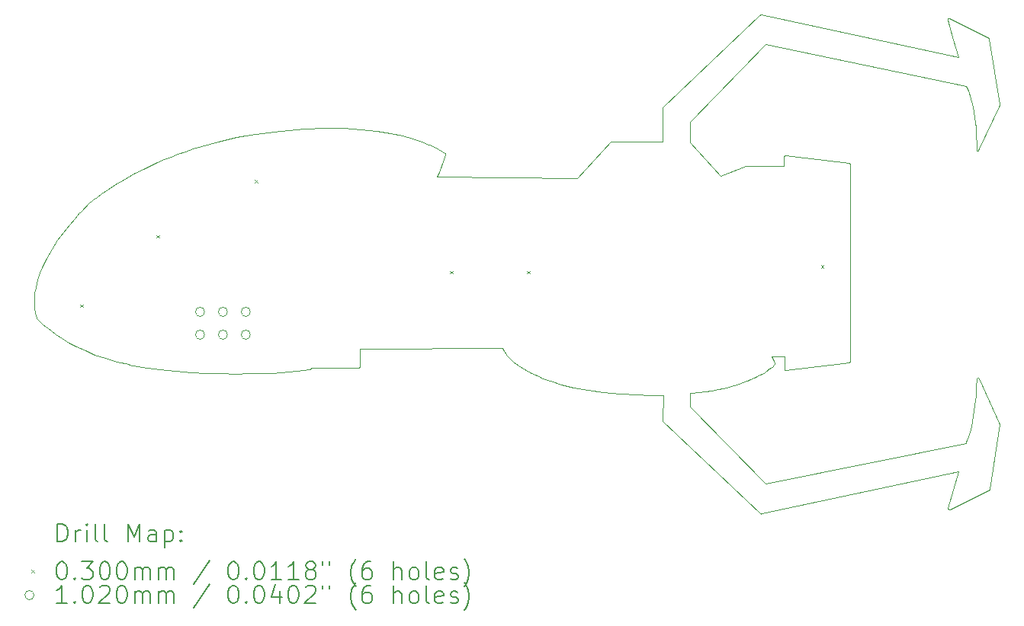
<source format=gbr>
%TF.GenerationSoftware,KiCad,Pcbnew,9.0.0*%
%TF.CreationDate,2025-04-01T15:35:04-07:00*%
%TF.ProjectId,portal-gun,706f7274-616c-42d6-9775-6e2e6b696361,rev?*%
%TF.SameCoordinates,Original*%
%TF.FileFunction,Drillmap*%
%TF.FilePolarity,Positive*%
%FSLAX45Y45*%
G04 Gerber Fmt 4.5, Leading zero omitted, Abs format (unit mm)*
G04 Created by KiCad (PCBNEW 9.0.0) date 2025-04-01 15:35:04*
%MOMM*%
%LPD*%
G01*
G04 APERTURE LIST*
%ADD10C,0.025400*%
%ADD11C,0.200000*%
%ADD12C,0.100000*%
%ADD13C,0.102000*%
G04 APERTURE END LIST*
D10*
X18646783Y-5423129D02*
X20840818Y-5890799D01*
X20783082Y-5696035D01*
X20783079Y-5696017D01*
X20783072Y-5696000D01*
X20739666Y-5548016D01*
X20739650Y-5547932D01*
X20739619Y-5547853D01*
X20720860Y-5480588D01*
X20720617Y-5479202D01*
X20720510Y-5478891D01*
X20720524Y-5478669D01*
X20720430Y-5478136D01*
X20720683Y-5476047D01*
X20720812Y-5473945D01*
X20720980Y-5473599D01*
X20721027Y-5473216D01*
X20722060Y-5471384D01*
X20722983Y-5469491D01*
X20723271Y-5469235D01*
X20723461Y-5468900D01*
X20725118Y-5467601D01*
X20726694Y-5466207D01*
X20727058Y-5466081D01*
X20727361Y-5465844D01*
X20729389Y-5465278D01*
X20731379Y-5464592D01*
X20731763Y-5464616D01*
X20732134Y-5464512D01*
X20734223Y-5464766D01*
X20736325Y-5464894D01*
X20736832Y-5465082D01*
X20737053Y-5465109D01*
X20737340Y-5465271D01*
X20738659Y-5465760D01*
X21176825Y-5679366D01*
X21178945Y-5680671D01*
X21179692Y-5681515D01*
X21180602Y-5682180D01*
X21181318Y-5683353D01*
X21182229Y-5684382D01*
X21182596Y-5685448D01*
X21183183Y-5686410D01*
X21183807Y-5688820D01*
X21297731Y-6417271D01*
X21297873Y-6419757D01*
X21297579Y-6420970D01*
X21297528Y-6422218D01*
X21296709Y-6424568D01*
X21064480Y-6926269D01*
X21063567Y-6927821D01*
X21063464Y-6928065D01*
X21063368Y-6928159D01*
X21063217Y-6928415D01*
X21061550Y-6929951D01*
X21059935Y-6931544D01*
X21059733Y-6931625D01*
X21059573Y-6931773D01*
X21057445Y-6932554D01*
X21055343Y-6933407D01*
X21055126Y-6933406D01*
X21054922Y-6933481D01*
X21052656Y-6933388D01*
X21050388Y-6933372D01*
X21050188Y-6933287D01*
X21049971Y-6933278D01*
X21047912Y-6932325D01*
X21045824Y-6931443D01*
X21045671Y-6931288D01*
X21045474Y-6931197D01*
X21043937Y-6929530D01*
X21042345Y-6927914D01*
X21042263Y-6927713D01*
X21042116Y-6927553D01*
X21041334Y-6925425D01*
X21040481Y-6923323D01*
X21040454Y-6923028D01*
X21040408Y-6922901D01*
X21040419Y-6922637D01*
X21040255Y-6920843D01*
X21040750Y-6851327D01*
X21038475Y-6773884D01*
X21035866Y-6727240D01*
X21031951Y-6676270D01*
X21026493Y-6621802D01*
X21019252Y-6564617D01*
X21009991Y-6505510D01*
X20998473Y-6445254D01*
X20984465Y-6384646D01*
X20967713Y-6324384D01*
X20958280Y-6294778D01*
X20948059Y-6265500D01*
X20937048Y-6236729D01*
X20927716Y-6214506D01*
X18698770Y-5749553D01*
X17862648Y-6610617D01*
X17862137Y-6845000D01*
X18200000Y-7217500D01*
X18475000Y-7107500D01*
X18487500Y-7105000D01*
X18902500Y-7107500D01*
X18902942Y-7001759D01*
X18903186Y-6999281D01*
X18903479Y-6998575D01*
X18903570Y-6997815D01*
X18904419Y-6996304D01*
X18905082Y-6994703D01*
X18905623Y-6994162D01*
X18905998Y-6993495D01*
X18907361Y-6992425D01*
X18908586Y-6991199D01*
X18909293Y-6990906D01*
X18909895Y-6990434D01*
X18911563Y-6989966D01*
X18913165Y-6989303D01*
X18913930Y-6989303D01*
X18914666Y-6989096D01*
X18917155Y-6989149D01*
X19629175Y-7074592D01*
X19629878Y-7074747D01*
X19630150Y-7074747D01*
X19630459Y-7074875D01*
X19631606Y-7075129D01*
X19633122Y-7075981D01*
X19634727Y-7076647D01*
X19635263Y-7077185D01*
X19635926Y-7077557D01*
X19637000Y-7078924D01*
X19638228Y-7080154D01*
X19638518Y-7080856D01*
X19638987Y-7081454D01*
X19639457Y-7083128D01*
X19640120Y-7084734D01*
X19640235Y-7085903D01*
X19640325Y-7086225D01*
X19640292Y-7086496D01*
X19640362Y-7087212D01*
X19638582Y-9273114D01*
X19638519Y-9273755D01*
X19638550Y-9274005D01*
X19638462Y-9274328D01*
X19638336Y-9275591D01*
X19637688Y-9277154D01*
X19637241Y-9278785D01*
X19636746Y-9279422D01*
X19636436Y-9280168D01*
X19635239Y-9281363D01*
X19634202Y-9282699D01*
X19633501Y-9283099D01*
X19632929Y-9283669D01*
X19631367Y-9284315D01*
X19629897Y-9285152D01*
X19628660Y-9285434D01*
X19628350Y-9285562D01*
X19628097Y-9285561D01*
X19627469Y-9285704D01*
X18920789Y-9374707D01*
X18918300Y-9374774D01*
X18917527Y-9374562D01*
X18916724Y-9374562D01*
X18915157Y-9373913D01*
X18913521Y-9373465D01*
X18912888Y-9372973D01*
X18912146Y-9372666D01*
X18910947Y-9371466D01*
X18909607Y-9370426D01*
X18909210Y-9369729D01*
X18908642Y-9369162D01*
X18907993Y-9367595D01*
X18907153Y-9366121D01*
X18907053Y-9365325D01*
X18906746Y-9364584D01*
X18906502Y-9362106D01*
X18906502Y-9223525D01*
X18767688Y-9223782D01*
X18789980Y-9269028D01*
X18790425Y-9270211D01*
X18790849Y-9271331D01*
X18798445Y-9299470D01*
X18798515Y-9299888D01*
X18798588Y-9300057D01*
X18798595Y-9300367D01*
X18798855Y-9301925D01*
X18798655Y-9303462D01*
X18798686Y-9305011D01*
X18798340Y-9305897D01*
X18798217Y-9306839D01*
X18797445Y-9308182D01*
X18796880Y-9309626D01*
X18795901Y-9310868D01*
X18795747Y-9311136D01*
X18795602Y-9311248D01*
X18795339Y-9311581D01*
X18780149Y-9327382D01*
X18779769Y-9327707D01*
X18779430Y-9328073D01*
X18759123Y-9346122D01*
X18758786Y-9346367D01*
X18758484Y-9346653D01*
X18728528Y-9369954D01*
X18728268Y-9370119D01*
X18728034Y-9370320D01*
X18709163Y-9383585D01*
X18708981Y-9383688D01*
X18708817Y-9383820D01*
X18687204Y-9397973D01*
X18687019Y-9398070D01*
X18686852Y-9398195D01*
X18662387Y-9413094D01*
X18662200Y-9413184D01*
X18662031Y-9413303D01*
X18634604Y-9428805D01*
X18634416Y-9428888D01*
X18634245Y-9429000D01*
X18603746Y-9444964D01*
X18603557Y-9445040D01*
X18603384Y-9445146D01*
X18569703Y-9461430D01*
X18569515Y-9461500D01*
X18569341Y-9461599D01*
X18532368Y-9478061D01*
X18532180Y-9478123D01*
X18532006Y-9478215D01*
X18491631Y-9494713D01*
X18491446Y-9494769D01*
X18491271Y-9494854D01*
X18447384Y-9511247D01*
X18447201Y-9511296D01*
X18447027Y-9511375D01*
X18399518Y-9527520D01*
X18399336Y-9527562D01*
X18399164Y-9527634D01*
X18347923Y-9543390D01*
X18347744Y-9543427D01*
X18347574Y-9543492D01*
X18292491Y-9558717D01*
X18292316Y-9558747D01*
X18292148Y-9558807D01*
X18233113Y-9573359D01*
X18232941Y-9573384D01*
X18232775Y-9573437D01*
X18169678Y-9587174D01*
X18169510Y-9587193D01*
X18169347Y-9587241D01*
X18102078Y-9600021D01*
X18101914Y-9600036D01*
X18101754Y-9600079D01*
X18030204Y-9611760D01*
X18030043Y-9611770D01*
X18029887Y-9611807D01*
X17953945Y-9622248D01*
X17953789Y-9622254D01*
X17953636Y-9622287D01*
X17873192Y-9631345D01*
X17873097Y-9631346D01*
X17873004Y-9631365D01*
X17863395Y-9632302D01*
X17862056Y-9702877D01*
X17861364Y-9759052D01*
X17861403Y-9777146D01*
X17861523Y-9779092D01*
X18698916Y-10635877D01*
X20922057Y-10186294D01*
X20928962Y-10173504D01*
X20938005Y-10153991D01*
X20954975Y-10109204D01*
X20970129Y-10058631D01*
X20983563Y-10003500D01*
X20995345Y-9945177D01*
X21005563Y-9885010D01*
X21014315Y-9824322D01*
X21021692Y-9764500D01*
X21032777Y-9652406D01*
X21039635Y-9559455D01*
X21044106Y-9472430D01*
X21044266Y-9471369D01*
X21044254Y-9471041D01*
X21044356Y-9470768D01*
X21044477Y-9469968D01*
X21045310Y-9468216D01*
X21045989Y-9466399D01*
X21046367Y-9465994D01*
X21046605Y-9465493D01*
X21048045Y-9464194D01*
X21049368Y-9462775D01*
X21049873Y-9462544D01*
X21050284Y-9462173D01*
X21052111Y-9461524D01*
X21053877Y-9460719D01*
X21054431Y-9460700D01*
X21054954Y-9460514D01*
X21056891Y-9460614D01*
X21058829Y-9460546D01*
X21059349Y-9460740D01*
X21059902Y-9460769D01*
X21061654Y-9461602D01*
X21063471Y-9462281D01*
X21063877Y-9462659D01*
X21064377Y-9462897D01*
X21065677Y-9464338D01*
X21067095Y-9465660D01*
X21067502Y-9466360D01*
X21067697Y-9466576D01*
X21067807Y-9466886D01*
X21068345Y-9467813D01*
X21297972Y-9971568D01*
X21298777Y-9973924D01*
X21298818Y-9975089D01*
X21299100Y-9976219D01*
X21298977Y-9978706D01*
X21192174Y-10696066D01*
X21191568Y-10698481D01*
X21190976Y-10699468D01*
X21190605Y-10700557D01*
X21189713Y-10701572D01*
X21189018Y-10702730D01*
X21188093Y-10703415D01*
X21187334Y-10704279D01*
X21185218Y-10705592D01*
X20743766Y-10922758D01*
X20742462Y-10923247D01*
X20742175Y-10923411D01*
X20741952Y-10923439D01*
X20741435Y-10923633D01*
X20739341Y-10923768D01*
X20737259Y-10924030D01*
X20736881Y-10923927D01*
X20736490Y-10923952D01*
X20734505Y-10923276D01*
X20732480Y-10922722D01*
X20732170Y-10922481D01*
X20731799Y-10922355D01*
X20730222Y-10920969D01*
X20728565Y-10919683D01*
X20728371Y-10919343D01*
X20728076Y-10919084D01*
X20727150Y-10917200D01*
X20726111Y-10915378D01*
X20726062Y-10914989D01*
X20725889Y-10914637D01*
X20725754Y-10912544D01*
X20725491Y-10910462D01*
X20725584Y-10909918D01*
X20725570Y-10909692D01*
X20725676Y-10909380D01*
X20725911Y-10908008D01*
X20837868Y-10499196D01*
X18654619Y-10970058D01*
X18652145Y-10970342D01*
X18650998Y-10970133D01*
X18649832Y-10970167D01*
X18648584Y-10969693D01*
X18647270Y-10969454D01*
X18646291Y-10968821D01*
X18645200Y-10968407D01*
X18643230Y-10966885D01*
X17557399Y-9943356D01*
X17555764Y-9941479D01*
X17555619Y-9941156D01*
X17555375Y-9940899D01*
X17554608Y-9938906D01*
X17553733Y-9936959D01*
X17553723Y-9936605D01*
X17553596Y-9936274D01*
X17553415Y-9933791D01*
X17560648Y-9649951D01*
X17503004Y-9650995D01*
X17502890Y-9650986D01*
X17502776Y-9650997D01*
X17398172Y-9651015D01*
X17398043Y-9651003D01*
X17397914Y-9651013D01*
X17288148Y-9648798D01*
X17287957Y-9648775D01*
X17287764Y-9648784D01*
X17082650Y-9638428D01*
X17082378Y-9638387D01*
X17082103Y-9638389D01*
X16894709Y-9620798D01*
X16894422Y-9620742D01*
X16894129Y-9620730D01*
X16723836Y-9596800D01*
X16723533Y-9596727D01*
X16723221Y-9596699D01*
X16569411Y-9567325D01*
X16569090Y-9567231D01*
X16568760Y-9567183D01*
X16430813Y-9533261D01*
X16430477Y-9533142D01*
X16430127Y-9533072D01*
X16307423Y-9495497D01*
X16307071Y-9495350D01*
X16306701Y-9495252D01*
X16198622Y-9454919D01*
X16198253Y-9454738D01*
X16197865Y-9454608D01*
X16103791Y-9412413D01*
X16103407Y-9412193D01*
X16102998Y-9412024D01*
X16022311Y-9368861D01*
X16021911Y-9368594D01*
X16021481Y-9368376D01*
X15953561Y-9325142D01*
X15953145Y-9324815D01*
X15952694Y-9324537D01*
X15896921Y-9282127D01*
X15896486Y-9281722D01*
X15896011Y-9281365D01*
X15851768Y-9240673D01*
X15851310Y-9240161D01*
X15850809Y-9239691D01*
X15817475Y-9201613D01*
X15816991Y-9200936D01*
X15816464Y-9200292D01*
X15793421Y-9165723D01*
X15793377Y-9165641D01*
X15793345Y-9165608D01*
X15792803Y-9164565D01*
X15792249Y-9163527D01*
X15792241Y-9163482D01*
X15792197Y-9163399D01*
X15779449Y-9131549D01*
X14196634Y-9138536D01*
X14196634Y-9332447D01*
X14196411Y-9334718D01*
X14196412Y-9334816D01*
X14196398Y-9334851D01*
X14196390Y-9334925D01*
X14195466Y-9337158D01*
X14194555Y-9339411D01*
X14194516Y-9339451D01*
X14194494Y-9339503D01*
X14192785Y-9341213D01*
X14191082Y-9342945D01*
X14191030Y-9342967D01*
X14190990Y-9343007D01*
X14188755Y-9343933D01*
X14186521Y-9344881D01*
X14186446Y-9344889D01*
X14186412Y-9344903D01*
X14186315Y-9344903D01*
X14184045Y-9345147D01*
X13656648Y-9349747D01*
X13644227Y-9363304D01*
X13643265Y-9364167D01*
X13643057Y-9364429D01*
X13642840Y-9364548D01*
X13642374Y-9364966D01*
X13640515Y-9365833D01*
X13638719Y-9366826D01*
X13638108Y-9366956D01*
X13637883Y-9367061D01*
X13637548Y-9367076D01*
X13636285Y-9367345D01*
X13489172Y-9383917D01*
X13488966Y-9383920D01*
X13488764Y-9383956D01*
X13316515Y-9397746D01*
X13316376Y-9397743D01*
X13316239Y-9397765D01*
X13208837Y-9404016D01*
X13208735Y-9404012D01*
X13208632Y-9404026D01*
X13088339Y-9409079D01*
X13088230Y-9409073D01*
X13088121Y-9409086D01*
X12955906Y-9412364D01*
X12955789Y-9412355D01*
X12955673Y-9412367D01*
X12812508Y-9413292D01*
X12812384Y-9413281D01*
X12812259Y-9413291D01*
X12659113Y-9411287D01*
X12658981Y-9411272D01*
X12658848Y-9411280D01*
X12496691Y-9405769D01*
X12496550Y-9405750D01*
X12496407Y-9405756D01*
X12326210Y-9396161D01*
X12326059Y-9396137D01*
X12325906Y-9396140D01*
X12148639Y-9381884D01*
X12148478Y-9381855D01*
X12148314Y-9381854D01*
X11964946Y-9362361D01*
X11964774Y-9362325D01*
X11964599Y-9362319D01*
X11776101Y-9337011D01*
X11775843Y-9336950D01*
X11775580Y-9336930D01*
X11628568Y-9310946D01*
X11628232Y-9310852D01*
X11627888Y-9310807D01*
X11491622Y-9278960D01*
X11491295Y-9278848D01*
X11490955Y-9278785D01*
X11365261Y-9242113D01*
X11364945Y-9241986D01*
X11364613Y-9241905D01*
X11249317Y-9201451D01*
X11249014Y-9201310D01*
X11248693Y-9201214D01*
X11143621Y-9158016D01*
X11143332Y-9157863D01*
X11143025Y-9157753D01*
X11048003Y-9112853D01*
X11047731Y-9112690D01*
X11047437Y-9112569D01*
X10962291Y-9067007D01*
X10962036Y-9066836D01*
X10961758Y-9066705D01*
X10886314Y-9021522D01*
X10886076Y-9021346D01*
X10885814Y-9021207D01*
X10819898Y-8977443D01*
X10819678Y-8977264D01*
X10819433Y-8977120D01*
X10762870Y-8935815D01*
X10762579Y-8935555D01*
X10762256Y-8935337D01*
X10676495Y-8864269D01*
X10676081Y-8863850D01*
X10675625Y-8863477D01*
X10608688Y-8796634D01*
X10607107Y-8794711D01*
X10606779Y-8793921D01*
X10606260Y-8793242D01*
X10605388Y-8790910D01*
X10591093Y-8737132D01*
X10590995Y-8736531D01*
X10590837Y-8735944D01*
X10581831Y-8681538D01*
X10581793Y-8680963D01*
X10581694Y-8680395D01*
X10577659Y-8625516D01*
X10577673Y-8624978D01*
X10577626Y-8624442D01*
X10577629Y-8624189D01*
X10578245Y-8569241D01*
X10578300Y-8568747D01*
X10578295Y-8568251D01*
X10583252Y-8512882D01*
X10583336Y-8512436D01*
X10583365Y-8511983D01*
X10592342Y-8456599D01*
X10592448Y-8456199D01*
X10592500Y-8455790D01*
X10605180Y-8400544D01*
X10605299Y-8400189D01*
X10605368Y-8399822D01*
X10621435Y-8344867D01*
X10621561Y-8344553D01*
X10621641Y-8344224D01*
X10640776Y-8289714D01*
X10640906Y-8289437D01*
X10640992Y-8289144D01*
X10662880Y-8235231D01*
X10663066Y-8234876D01*
X10663204Y-8234499D01*
X10713967Y-8129079D01*
X10714203Y-8128691D01*
X10714389Y-8128276D01*
X10772355Y-8027083D01*
X10772573Y-8026776D01*
X10772747Y-8026443D01*
X10835380Y-7930702D01*
X10835577Y-7930457D01*
X10835736Y-7930185D01*
X10900500Y-7841121D01*
X10900677Y-7840922D01*
X10900820Y-7840699D01*
X10965178Y-7759536D01*
X10965335Y-7759373D01*
X10965465Y-7759187D01*
X11026880Y-7687150D01*
X11027021Y-7687015D01*
X11027137Y-7686859D01*
X11083073Y-7625173D01*
X11083294Y-7624973D01*
X11083482Y-7624743D01*
X11201713Y-7506007D01*
X11202197Y-7505608D01*
X11202640Y-7505164D01*
X11233294Y-7479922D01*
X11233454Y-7479814D01*
X11233595Y-7479682D01*
X11271573Y-7450294D01*
X11271716Y-7450204D01*
X11271843Y-7450091D01*
X11324620Y-7411450D01*
X11324775Y-7411359D01*
X11324912Y-7411242D01*
X11392263Y-7364792D01*
X11392429Y-7364700D01*
X11392578Y-7364582D01*
X11474276Y-7311766D01*
X11474455Y-7311674D01*
X11474616Y-7311553D01*
X11570435Y-7253816D01*
X11570627Y-7253724D01*
X11570802Y-7253603D01*
X11680515Y-7192387D01*
X11680720Y-7192297D01*
X11680909Y-7192175D01*
X11804291Y-7128924D01*
X11804454Y-7128860D01*
X11804603Y-7128770D01*
X11871349Y-7096832D01*
X11871463Y-7096791D01*
X11871569Y-7096729D01*
X11941647Y-7064824D01*
X11941765Y-7064784D01*
X11941874Y-7064724D01*
X12015257Y-7033032D01*
X12015379Y-7032993D01*
X12015491Y-7032933D01*
X12092150Y-7001635D01*
X12092275Y-7001597D01*
X12092392Y-7001539D01*
X12172298Y-6970814D01*
X12172427Y-6970778D01*
X12172548Y-6970721D01*
X12255674Y-6940751D01*
X12255807Y-6940717D01*
X12255932Y-6940661D01*
X12342248Y-6911625D01*
X12342385Y-6911594D01*
X12342514Y-6911539D01*
X12431993Y-6883619D01*
X12432133Y-6883590D01*
X12432267Y-6883537D01*
X12524880Y-6856913D01*
X12525024Y-6856887D01*
X12525162Y-6856835D01*
X12620882Y-6831687D01*
X12621030Y-6831664D01*
X12621171Y-6831615D01*
X12719968Y-6808124D01*
X12720119Y-6808103D01*
X12720265Y-6808057D01*
X12822112Y-6786403D01*
X12822267Y-6786386D01*
X12822416Y-6786342D01*
X12927284Y-6766706D01*
X12927441Y-6766692D01*
X12927595Y-6766651D01*
X13035456Y-6749213D01*
X13035668Y-6749200D01*
X13035874Y-6749152D01*
X13313350Y-6713703D01*
X13313626Y-6713695D01*
X13313898Y-6713645D01*
X13568852Y-6692250D01*
X13569140Y-6692254D01*
X13569426Y-6692215D01*
X13802495Y-6683250D01*
X13802795Y-6683268D01*
X13803094Y-6683241D01*
X14014916Y-6685084D01*
X14015225Y-6685117D01*
X14015536Y-6685104D01*
X14206749Y-6696130D01*
X14207066Y-6696180D01*
X14207388Y-6696183D01*
X14378629Y-6714769D01*
X14378952Y-6714836D01*
X14379282Y-6714857D01*
X14531188Y-6739378D01*
X14531515Y-6739465D01*
X14531851Y-6739503D01*
X14665060Y-6768337D01*
X14665387Y-6768442D01*
X14665727Y-6768500D01*
X14780876Y-6800023D01*
X14781201Y-6800147D01*
X14781540Y-6800224D01*
X14879268Y-6832811D01*
X14879588Y-6832954D01*
X14879924Y-6833050D01*
X14960867Y-6865079D01*
X14961177Y-6865238D01*
X14961508Y-6865352D01*
X15026305Y-6895199D01*
X15026726Y-6895445D01*
X15027174Y-6895640D01*
X15110878Y-6942290D01*
X15111373Y-6942634D01*
X15111899Y-6942925D01*
X15138667Y-6961361D01*
X15140569Y-6962968D01*
X15140927Y-6963520D01*
X15141428Y-6963947D01*
X15142265Y-6965584D01*
X15143264Y-6967126D01*
X15143383Y-6967774D01*
X15143683Y-6968360D01*
X15143829Y-6970193D01*
X15144162Y-6972000D01*
X15144024Y-6972643D01*
X15144077Y-6973300D01*
X15143546Y-6975732D01*
X15127355Y-7025745D01*
X15127252Y-7025981D01*
X15127187Y-7026231D01*
X15074503Y-7168968D01*
X15074419Y-7169142D01*
X15074364Y-7169329D01*
X15052342Y-7223824D01*
X16607854Y-7237547D01*
X16980648Y-6834759D01*
X16982510Y-6833107D01*
X16982737Y-6833002D01*
X16982913Y-6832826D01*
X16984980Y-6831970D01*
X16987011Y-6831035D01*
X16987261Y-6831025D01*
X16987491Y-6830930D01*
X16989969Y-6830686D01*
X17560011Y-6830686D01*
X17556834Y-6456586D01*
X17557057Y-6454106D01*
X17557139Y-6453902D01*
X17557145Y-6453682D01*
X17558065Y-6451612D01*
X17558914Y-6449512D01*
X17559068Y-6449355D01*
X17559158Y-6449154D01*
X17560786Y-6447270D01*
X18635388Y-5426343D01*
X18637353Y-5424814D01*
X18638450Y-5424392D01*
X18639436Y-5423752D01*
X18640740Y-5423511D01*
X18641978Y-5423035D01*
X18643153Y-5423065D01*
X18644309Y-5422852D01*
X18646783Y-5423129D01*
D11*
D12*
X11090000Y-8645000D02*
X11120000Y-8675000D01*
X11120000Y-8645000D02*
X11090000Y-8675000D01*
X11935000Y-7875000D02*
X11965000Y-7905000D01*
X11965000Y-7875000D02*
X11935000Y-7905000D01*
X13030000Y-7260000D02*
X13060000Y-7290000D01*
X13060000Y-7260000D02*
X13030000Y-7290000D01*
X15195000Y-8272500D02*
X15225000Y-8302500D01*
X15225000Y-8272500D02*
X15195000Y-8302500D01*
X16050000Y-8270000D02*
X16080000Y-8300000D01*
X16080000Y-8270000D02*
X16050000Y-8300000D01*
X19315000Y-8207500D02*
X19345000Y-8237500D01*
X19345000Y-8207500D02*
X19315000Y-8237500D01*
D13*
X12470500Y-8726000D02*
G75*
G02*
X12368500Y-8726000I-51000J0D01*
G01*
X12368500Y-8726000D02*
G75*
G02*
X12470500Y-8726000I51000J0D01*
G01*
X12470500Y-8980000D02*
G75*
G02*
X12368500Y-8980000I-51000J0D01*
G01*
X12368500Y-8980000D02*
G75*
G02*
X12470500Y-8980000I51000J0D01*
G01*
X12724500Y-8726000D02*
G75*
G02*
X12622500Y-8726000I-51000J0D01*
G01*
X12622500Y-8726000D02*
G75*
G02*
X12724500Y-8726000I51000J0D01*
G01*
X12724500Y-8980000D02*
G75*
G02*
X12622500Y-8980000I-51000J0D01*
G01*
X12622500Y-8980000D02*
G75*
G02*
X12724500Y-8980000I51000J0D01*
G01*
X12978500Y-8726000D02*
G75*
G02*
X12876500Y-8726000I-51000J0D01*
G01*
X12876500Y-8726000D02*
G75*
G02*
X12978500Y-8726000I51000J0D01*
G01*
X12978500Y-8980000D02*
G75*
G02*
X12876500Y-8980000I-51000J0D01*
G01*
X12876500Y-8980000D02*
G75*
G02*
X12978500Y-8980000I51000J0D01*
G01*
D11*
X10837133Y-11283096D02*
X10837133Y-11083096D01*
X10837133Y-11083096D02*
X10884752Y-11083096D01*
X10884752Y-11083096D02*
X10913323Y-11092620D01*
X10913323Y-11092620D02*
X10932371Y-11111667D01*
X10932371Y-11111667D02*
X10941895Y-11130715D01*
X10941895Y-11130715D02*
X10951419Y-11168810D01*
X10951419Y-11168810D02*
X10951419Y-11197382D01*
X10951419Y-11197382D02*
X10941895Y-11235477D01*
X10941895Y-11235477D02*
X10932371Y-11254524D01*
X10932371Y-11254524D02*
X10913323Y-11273572D01*
X10913323Y-11273572D02*
X10884752Y-11283096D01*
X10884752Y-11283096D02*
X10837133Y-11283096D01*
X11037133Y-11283096D02*
X11037133Y-11149763D01*
X11037133Y-11187858D02*
X11046657Y-11168810D01*
X11046657Y-11168810D02*
X11056180Y-11159286D01*
X11056180Y-11159286D02*
X11075228Y-11149763D01*
X11075228Y-11149763D02*
X11094276Y-11149763D01*
X11160942Y-11283096D02*
X11160942Y-11149763D01*
X11160942Y-11083096D02*
X11151419Y-11092620D01*
X11151419Y-11092620D02*
X11160942Y-11102144D01*
X11160942Y-11102144D02*
X11170466Y-11092620D01*
X11170466Y-11092620D02*
X11160942Y-11083096D01*
X11160942Y-11083096D02*
X11160942Y-11102144D01*
X11284752Y-11283096D02*
X11265704Y-11273572D01*
X11265704Y-11273572D02*
X11256180Y-11254524D01*
X11256180Y-11254524D02*
X11256180Y-11083096D01*
X11389514Y-11283096D02*
X11370466Y-11273572D01*
X11370466Y-11273572D02*
X11360942Y-11254524D01*
X11360942Y-11254524D02*
X11360942Y-11083096D01*
X11618085Y-11283096D02*
X11618085Y-11083096D01*
X11618085Y-11083096D02*
X11684752Y-11225953D01*
X11684752Y-11225953D02*
X11751418Y-11083096D01*
X11751418Y-11083096D02*
X11751418Y-11283096D01*
X11932371Y-11283096D02*
X11932371Y-11178334D01*
X11932371Y-11178334D02*
X11922847Y-11159286D01*
X11922847Y-11159286D02*
X11903799Y-11149763D01*
X11903799Y-11149763D02*
X11865704Y-11149763D01*
X11865704Y-11149763D02*
X11846657Y-11159286D01*
X11932371Y-11273572D02*
X11913323Y-11283096D01*
X11913323Y-11283096D02*
X11865704Y-11283096D01*
X11865704Y-11283096D02*
X11846657Y-11273572D01*
X11846657Y-11273572D02*
X11837133Y-11254524D01*
X11837133Y-11254524D02*
X11837133Y-11235477D01*
X11837133Y-11235477D02*
X11846657Y-11216429D01*
X11846657Y-11216429D02*
X11865704Y-11206905D01*
X11865704Y-11206905D02*
X11913323Y-11206905D01*
X11913323Y-11206905D02*
X11932371Y-11197382D01*
X12027609Y-11149763D02*
X12027609Y-11349762D01*
X12027609Y-11159286D02*
X12046657Y-11149763D01*
X12046657Y-11149763D02*
X12084752Y-11149763D01*
X12084752Y-11149763D02*
X12103799Y-11159286D01*
X12103799Y-11159286D02*
X12113323Y-11168810D01*
X12113323Y-11168810D02*
X12122847Y-11187858D01*
X12122847Y-11187858D02*
X12122847Y-11245001D01*
X12122847Y-11245001D02*
X12113323Y-11264048D01*
X12113323Y-11264048D02*
X12103799Y-11273572D01*
X12103799Y-11273572D02*
X12084752Y-11283096D01*
X12084752Y-11283096D02*
X12046657Y-11283096D01*
X12046657Y-11283096D02*
X12027609Y-11273572D01*
X12208561Y-11264048D02*
X12218085Y-11273572D01*
X12218085Y-11273572D02*
X12208561Y-11283096D01*
X12208561Y-11283096D02*
X12199038Y-11273572D01*
X12199038Y-11273572D02*
X12208561Y-11264048D01*
X12208561Y-11264048D02*
X12208561Y-11283096D01*
X12208561Y-11159286D02*
X12218085Y-11168810D01*
X12218085Y-11168810D02*
X12208561Y-11178334D01*
X12208561Y-11178334D02*
X12199038Y-11168810D01*
X12199038Y-11168810D02*
X12208561Y-11159286D01*
X12208561Y-11159286D02*
X12208561Y-11178334D01*
D12*
X10546356Y-11596612D02*
X10576356Y-11626612D01*
X10576356Y-11596612D02*
X10546356Y-11626612D01*
D11*
X10875228Y-11503096D02*
X10894276Y-11503096D01*
X10894276Y-11503096D02*
X10913323Y-11512620D01*
X10913323Y-11512620D02*
X10922847Y-11522143D01*
X10922847Y-11522143D02*
X10932371Y-11541191D01*
X10932371Y-11541191D02*
X10941895Y-11579286D01*
X10941895Y-11579286D02*
X10941895Y-11626905D01*
X10941895Y-11626905D02*
X10932371Y-11665001D01*
X10932371Y-11665001D02*
X10922847Y-11684048D01*
X10922847Y-11684048D02*
X10913323Y-11693572D01*
X10913323Y-11693572D02*
X10894276Y-11703096D01*
X10894276Y-11703096D02*
X10875228Y-11703096D01*
X10875228Y-11703096D02*
X10856180Y-11693572D01*
X10856180Y-11693572D02*
X10846657Y-11684048D01*
X10846657Y-11684048D02*
X10837133Y-11665001D01*
X10837133Y-11665001D02*
X10827609Y-11626905D01*
X10827609Y-11626905D02*
X10827609Y-11579286D01*
X10827609Y-11579286D02*
X10837133Y-11541191D01*
X10837133Y-11541191D02*
X10846657Y-11522143D01*
X10846657Y-11522143D02*
X10856180Y-11512620D01*
X10856180Y-11512620D02*
X10875228Y-11503096D01*
X11027609Y-11684048D02*
X11037133Y-11693572D01*
X11037133Y-11693572D02*
X11027609Y-11703096D01*
X11027609Y-11703096D02*
X11018085Y-11693572D01*
X11018085Y-11693572D02*
X11027609Y-11684048D01*
X11027609Y-11684048D02*
X11027609Y-11703096D01*
X11103800Y-11503096D02*
X11227609Y-11503096D01*
X11227609Y-11503096D02*
X11160942Y-11579286D01*
X11160942Y-11579286D02*
X11189514Y-11579286D01*
X11189514Y-11579286D02*
X11208561Y-11588810D01*
X11208561Y-11588810D02*
X11218085Y-11598334D01*
X11218085Y-11598334D02*
X11227609Y-11617382D01*
X11227609Y-11617382D02*
X11227609Y-11665001D01*
X11227609Y-11665001D02*
X11218085Y-11684048D01*
X11218085Y-11684048D02*
X11208561Y-11693572D01*
X11208561Y-11693572D02*
X11189514Y-11703096D01*
X11189514Y-11703096D02*
X11132371Y-11703096D01*
X11132371Y-11703096D02*
X11113323Y-11693572D01*
X11113323Y-11693572D02*
X11103800Y-11684048D01*
X11351418Y-11503096D02*
X11370466Y-11503096D01*
X11370466Y-11503096D02*
X11389514Y-11512620D01*
X11389514Y-11512620D02*
X11399038Y-11522143D01*
X11399038Y-11522143D02*
X11408561Y-11541191D01*
X11408561Y-11541191D02*
X11418085Y-11579286D01*
X11418085Y-11579286D02*
X11418085Y-11626905D01*
X11418085Y-11626905D02*
X11408561Y-11665001D01*
X11408561Y-11665001D02*
X11399038Y-11684048D01*
X11399038Y-11684048D02*
X11389514Y-11693572D01*
X11389514Y-11693572D02*
X11370466Y-11703096D01*
X11370466Y-11703096D02*
X11351418Y-11703096D01*
X11351418Y-11703096D02*
X11332371Y-11693572D01*
X11332371Y-11693572D02*
X11322847Y-11684048D01*
X11322847Y-11684048D02*
X11313323Y-11665001D01*
X11313323Y-11665001D02*
X11303799Y-11626905D01*
X11303799Y-11626905D02*
X11303799Y-11579286D01*
X11303799Y-11579286D02*
X11313323Y-11541191D01*
X11313323Y-11541191D02*
X11322847Y-11522143D01*
X11322847Y-11522143D02*
X11332371Y-11512620D01*
X11332371Y-11512620D02*
X11351418Y-11503096D01*
X11541895Y-11503096D02*
X11560942Y-11503096D01*
X11560942Y-11503096D02*
X11579990Y-11512620D01*
X11579990Y-11512620D02*
X11589514Y-11522143D01*
X11589514Y-11522143D02*
X11599038Y-11541191D01*
X11599038Y-11541191D02*
X11608561Y-11579286D01*
X11608561Y-11579286D02*
X11608561Y-11626905D01*
X11608561Y-11626905D02*
X11599038Y-11665001D01*
X11599038Y-11665001D02*
X11589514Y-11684048D01*
X11589514Y-11684048D02*
X11579990Y-11693572D01*
X11579990Y-11693572D02*
X11560942Y-11703096D01*
X11560942Y-11703096D02*
X11541895Y-11703096D01*
X11541895Y-11703096D02*
X11522847Y-11693572D01*
X11522847Y-11693572D02*
X11513323Y-11684048D01*
X11513323Y-11684048D02*
X11503799Y-11665001D01*
X11503799Y-11665001D02*
X11494276Y-11626905D01*
X11494276Y-11626905D02*
X11494276Y-11579286D01*
X11494276Y-11579286D02*
X11503799Y-11541191D01*
X11503799Y-11541191D02*
X11513323Y-11522143D01*
X11513323Y-11522143D02*
X11522847Y-11512620D01*
X11522847Y-11512620D02*
X11541895Y-11503096D01*
X11694276Y-11703096D02*
X11694276Y-11569762D01*
X11694276Y-11588810D02*
X11703799Y-11579286D01*
X11703799Y-11579286D02*
X11722847Y-11569762D01*
X11722847Y-11569762D02*
X11751419Y-11569762D01*
X11751419Y-11569762D02*
X11770466Y-11579286D01*
X11770466Y-11579286D02*
X11779990Y-11598334D01*
X11779990Y-11598334D02*
X11779990Y-11703096D01*
X11779990Y-11598334D02*
X11789514Y-11579286D01*
X11789514Y-11579286D02*
X11808561Y-11569762D01*
X11808561Y-11569762D02*
X11837133Y-11569762D01*
X11837133Y-11569762D02*
X11856180Y-11579286D01*
X11856180Y-11579286D02*
X11865704Y-11598334D01*
X11865704Y-11598334D02*
X11865704Y-11703096D01*
X11960942Y-11703096D02*
X11960942Y-11569762D01*
X11960942Y-11588810D02*
X11970466Y-11579286D01*
X11970466Y-11579286D02*
X11989514Y-11569762D01*
X11989514Y-11569762D02*
X12018085Y-11569762D01*
X12018085Y-11569762D02*
X12037133Y-11579286D01*
X12037133Y-11579286D02*
X12046657Y-11598334D01*
X12046657Y-11598334D02*
X12046657Y-11703096D01*
X12046657Y-11598334D02*
X12056180Y-11579286D01*
X12056180Y-11579286D02*
X12075228Y-11569762D01*
X12075228Y-11569762D02*
X12103799Y-11569762D01*
X12103799Y-11569762D02*
X12122847Y-11579286D01*
X12122847Y-11579286D02*
X12132371Y-11598334D01*
X12132371Y-11598334D02*
X12132371Y-11703096D01*
X12522847Y-11493572D02*
X12351419Y-11750715D01*
X12779990Y-11503096D02*
X12799038Y-11503096D01*
X12799038Y-11503096D02*
X12818085Y-11512620D01*
X12818085Y-11512620D02*
X12827609Y-11522143D01*
X12827609Y-11522143D02*
X12837133Y-11541191D01*
X12837133Y-11541191D02*
X12846657Y-11579286D01*
X12846657Y-11579286D02*
X12846657Y-11626905D01*
X12846657Y-11626905D02*
X12837133Y-11665001D01*
X12837133Y-11665001D02*
X12827609Y-11684048D01*
X12827609Y-11684048D02*
X12818085Y-11693572D01*
X12818085Y-11693572D02*
X12799038Y-11703096D01*
X12799038Y-11703096D02*
X12779990Y-11703096D01*
X12779990Y-11703096D02*
X12760942Y-11693572D01*
X12760942Y-11693572D02*
X12751419Y-11684048D01*
X12751419Y-11684048D02*
X12741895Y-11665001D01*
X12741895Y-11665001D02*
X12732371Y-11626905D01*
X12732371Y-11626905D02*
X12732371Y-11579286D01*
X12732371Y-11579286D02*
X12741895Y-11541191D01*
X12741895Y-11541191D02*
X12751419Y-11522143D01*
X12751419Y-11522143D02*
X12760942Y-11512620D01*
X12760942Y-11512620D02*
X12779990Y-11503096D01*
X12932371Y-11684048D02*
X12941895Y-11693572D01*
X12941895Y-11693572D02*
X12932371Y-11703096D01*
X12932371Y-11703096D02*
X12922847Y-11693572D01*
X12922847Y-11693572D02*
X12932371Y-11684048D01*
X12932371Y-11684048D02*
X12932371Y-11703096D01*
X13065704Y-11503096D02*
X13084752Y-11503096D01*
X13084752Y-11503096D02*
X13103800Y-11512620D01*
X13103800Y-11512620D02*
X13113323Y-11522143D01*
X13113323Y-11522143D02*
X13122847Y-11541191D01*
X13122847Y-11541191D02*
X13132371Y-11579286D01*
X13132371Y-11579286D02*
X13132371Y-11626905D01*
X13132371Y-11626905D02*
X13122847Y-11665001D01*
X13122847Y-11665001D02*
X13113323Y-11684048D01*
X13113323Y-11684048D02*
X13103800Y-11693572D01*
X13103800Y-11693572D02*
X13084752Y-11703096D01*
X13084752Y-11703096D02*
X13065704Y-11703096D01*
X13065704Y-11703096D02*
X13046657Y-11693572D01*
X13046657Y-11693572D02*
X13037133Y-11684048D01*
X13037133Y-11684048D02*
X13027609Y-11665001D01*
X13027609Y-11665001D02*
X13018085Y-11626905D01*
X13018085Y-11626905D02*
X13018085Y-11579286D01*
X13018085Y-11579286D02*
X13027609Y-11541191D01*
X13027609Y-11541191D02*
X13037133Y-11522143D01*
X13037133Y-11522143D02*
X13046657Y-11512620D01*
X13046657Y-11512620D02*
X13065704Y-11503096D01*
X13322847Y-11703096D02*
X13208562Y-11703096D01*
X13265704Y-11703096D02*
X13265704Y-11503096D01*
X13265704Y-11503096D02*
X13246657Y-11531667D01*
X13246657Y-11531667D02*
X13227609Y-11550715D01*
X13227609Y-11550715D02*
X13208562Y-11560239D01*
X13513323Y-11703096D02*
X13399038Y-11703096D01*
X13456181Y-11703096D02*
X13456181Y-11503096D01*
X13456181Y-11503096D02*
X13437133Y-11531667D01*
X13437133Y-11531667D02*
X13418085Y-11550715D01*
X13418085Y-11550715D02*
X13399038Y-11560239D01*
X13627609Y-11588810D02*
X13608562Y-11579286D01*
X13608562Y-11579286D02*
X13599038Y-11569762D01*
X13599038Y-11569762D02*
X13589514Y-11550715D01*
X13589514Y-11550715D02*
X13589514Y-11541191D01*
X13589514Y-11541191D02*
X13599038Y-11522143D01*
X13599038Y-11522143D02*
X13608562Y-11512620D01*
X13608562Y-11512620D02*
X13627609Y-11503096D01*
X13627609Y-11503096D02*
X13665704Y-11503096D01*
X13665704Y-11503096D02*
X13684752Y-11512620D01*
X13684752Y-11512620D02*
X13694276Y-11522143D01*
X13694276Y-11522143D02*
X13703800Y-11541191D01*
X13703800Y-11541191D02*
X13703800Y-11550715D01*
X13703800Y-11550715D02*
X13694276Y-11569762D01*
X13694276Y-11569762D02*
X13684752Y-11579286D01*
X13684752Y-11579286D02*
X13665704Y-11588810D01*
X13665704Y-11588810D02*
X13627609Y-11588810D01*
X13627609Y-11588810D02*
X13608562Y-11598334D01*
X13608562Y-11598334D02*
X13599038Y-11607858D01*
X13599038Y-11607858D02*
X13589514Y-11626905D01*
X13589514Y-11626905D02*
X13589514Y-11665001D01*
X13589514Y-11665001D02*
X13599038Y-11684048D01*
X13599038Y-11684048D02*
X13608562Y-11693572D01*
X13608562Y-11693572D02*
X13627609Y-11703096D01*
X13627609Y-11703096D02*
X13665704Y-11703096D01*
X13665704Y-11703096D02*
X13684752Y-11693572D01*
X13684752Y-11693572D02*
X13694276Y-11684048D01*
X13694276Y-11684048D02*
X13703800Y-11665001D01*
X13703800Y-11665001D02*
X13703800Y-11626905D01*
X13703800Y-11626905D02*
X13694276Y-11607858D01*
X13694276Y-11607858D02*
X13684752Y-11598334D01*
X13684752Y-11598334D02*
X13665704Y-11588810D01*
X13779990Y-11503096D02*
X13779990Y-11541191D01*
X13856181Y-11503096D02*
X13856181Y-11541191D01*
X14151419Y-11779286D02*
X14141895Y-11769762D01*
X14141895Y-11769762D02*
X14122847Y-11741191D01*
X14122847Y-11741191D02*
X14113324Y-11722143D01*
X14113324Y-11722143D02*
X14103800Y-11693572D01*
X14103800Y-11693572D02*
X14094276Y-11645953D01*
X14094276Y-11645953D02*
X14094276Y-11607858D01*
X14094276Y-11607858D02*
X14103800Y-11560239D01*
X14103800Y-11560239D02*
X14113324Y-11531667D01*
X14113324Y-11531667D02*
X14122847Y-11512620D01*
X14122847Y-11512620D02*
X14141895Y-11484048D01*
X14141895Y-11484048D02*
X14151419Y-11474524D01*
X14313324Y-11503096D02*
X14275228Y-11503096D01*
X14275228Y-11503096D02*
X14256181Y-11512620D01*
X14256181Y-11512620D02*
X14246657Y-11522143D01*
X14246657Y-11522143D02*
X14227609Y-11550715D01*
X14227609Y-11550715D02*
X14218085Y-11588810D01*
X14218085Y-11588810D02*
X14218085Y-11665001D01*
X14218085Y-11665001D02*
X14227609Y-11684048D01*
X14227609Y-11684048D02*
X14237133Y-11693572D01*
X14237133Y-11693572D02*
X14256181Y-11703096D01*
X14256181Y-11703096D02*
X14294276Y-11703096D01*
X14294276Y-11703096D02*
X14313324Y-11693572D01*
X14313324Y-11693572D02*
X14322847Y-11684048D01*
X14322847Y-11684048D02*
X14332371Y-11665001D01*
X14332371Y-11665001D02*
X14332371Y-11617382D01*
X14332371Y-11617382D02*
X14322847Y-11598334D01*
X14322847Y-11598334D02*
X14313324Y-11588810D01*
X14313324Y-11588810D02*
X14294276Y-11579286D01*
X14294276Y-11579286D02*
X14256181Y-11579286D01*
X14256181Y-11579286D02*
X14237133Y-11588810D01*
X14237133Y-11588810D02*
X14227609Y-11598334D01*
X14227609Y-11598334D02*
X14218085Y-11617382D01*
X14570466Y-11703096D02*
X14570466Y-11503096D01*
X14656181Y-11703096D02*
X14656181Y-11598334D01*
X14656181Y-11598334D02*
X14646657Y-11579286D01*
X14646657Y-11579286D02*
X14627609Y-11569762D01*
X14627609Y-11569762D02*
X14599038Y-11569762D01*
X14599038Y-11569762D02*
X14579990Y-11579286D01*
X14579990Y-11579286D02*
X14570466Y-11588810D01*
X14779990Y-11703096D02*
X14760943Y-11693572D01*
X14760943Y-11693572D02*
X14751419Y-11684048D01*
X14751419Y-11684048D02*
X14741895Y-11665001D01*
X14741895Y-11665001D02*
X14741895Y-11607858D01*
X14741895Y-11607858D02*
X14751419Y-11588810D01*
X14751419Y-11588810D02*
X14760943Y-11579286D01*
X14760943Y-11579286D02*
X14779990Y-11569762D01*
X14779990Y-11569762D02*
X14808562Y-11569762D01*
X14808562Y-11569762D02*
X14827609Y-11579286D01*
X14827609Y-11579286D02*
X14837133Y-11588810D01*
X14837133Y-11588810D02*
X14846657Y-11607858D01*
X14846657Y-11607858D02*
X14846657Y-11665001D01*
X14846657Y-11665001D02*
X14837133Y-11684048D01*
X14837133Y-11684048D02*
X14827609Y-11693572D01*
X14827609Y-11693572D02*
X14808562Y-11703096D01*
X14808562Y-11703096D02*
X14779990Y-11703096D01*
X14960943Y-11703096D02*
X14941895Y-11693572D01*
X14941895Y-11693572D02*
X14932371Y-11674524D01*
X14932371Y-11674524D02*
X14932371Y-11503096D01*
X15113324Y-11693572D02*
X15094276Y-11703096D01*
X15094276Y-11703096D02*
X15056181Y-11703096D01*
X15056181Y-11703096D02*
X15037133Y-11693572D01*
X15037133Y-11693572D02*
X15027609Y-11674524D01*
X15027609Y-11674524D02*
X15027609Y-11598334D01*
X15027609Y-11598334D02*
X15037133Y-11579286D01*
X15037133Y-11579286D02*
X15056181Y-11569762D01*
X15056181Y-11569762D02*
X15094276Y-11569762D01*
X15094276Y-11569762D02*
X15113324Y-11579286D01*
X15113324Y-11579286D02*
X15122847Y-11598334D01*
X15122847Y-11598334D02*
X15122847Y-11617382D01*
X15122847Y-11617382D02*
X15027609Y-11636429D01*
X15199038Y-11693572D02*
X15218086Y-11703096D01*
X15218086Y-11703096D02*
X15256181Y-11703096D01*
X15256181Y-11703096D02*
X15275228Y-11693572D01*
X15275228Y-11693572D02*
X15284752Y-11674524D01*
X15284752Y-11674524D02*
X15284752Y-11665001D01*
X15284752Y-11665001D02*
X15275228Y-11645953D01*
X15275228Y-11645953D02*
X15256181Y-11636429D01*
X15256181Y-11636429D02*
X15227609Y-11636429D01*
X15227609Y-11636429D02*
X15208562Y-11626905D01*
X15208562Y-11626905D02*
X15199038Y-11607858D01*
X15199038Y-11607858D02*
X15199038Y-11598334D01*
X15199038Y-11598334D02*
X15208562Y-11579286D01*
X15208562Y-11579286D02*
X15227609Y-11569762D01*
X15227609Y-11569762D02*
X15256181Y-11569762D01*
X15256181Y-11569762D02*
X15275228Y-11579286D01*
X15351419Y-11779286D02*
X15360943Y-11769762D01*
X15360943Y-11769762D02*
X15379990Y-11741191D01*
X15379990Y-11741191D02*
X15389514Y-11722143D01*
X15389514Y-11722143D02*
X15399038Y-11693572D01*
X15399038Y-11693572D02*
X15408562Y-11645953D01*
X15408562Y-11645953D02*
X15408562Y-11607858D01*
X15408562Y-11607858D02*
X15399038Y-11560239D01*
X15399038Y-11560239D02*
X15389514Y-11531667D01*
X15389514Y-11531667D02*
X15379990Y-11512620D01*
X15379990Y-11512620D02*
X15360943Y-11484048D01*
X15360943Y-11484048D02*
X15351419Y-11474524D01*
D13*
X10576356Y-11875612D02*
G75*
G02*
X10474356Y-11875612I-51000J0D01*
G01*
X10474356Y-11875612D02*
G75*
G02*
X10576356Y-11875612I51000J0D01*
G01*
D11*
X10941895Y-11967096D02*
X10827609Y-11967096D01*
X10884752Y-11967096D02*
X10884752Y-11767096D01*
X10884752Y-11767096D02*
X10865704Y-11795667D01*
X10865704Y-11795667D02*
X10846657Y-11814715D01*
X10846657Y-11814715D02*
X10827609Y-11824239D01*
X11027609Y-11948048D02*
X11037133Y-11957572D01*
X11037133Y-11957572D02*
X11027609Y-11967096D01*
X11027609Y-11967096D02*
X11018085Y-11957572D01*
X11018085Y-11957572D02*
X11027609Y-11948048D01*
X11027609Y-11948048D02*
X11027609Y-11967096D01*
X11160942Y-11767096D02*
X11179990Y-11767096D01*
X11179990Y-11767096D02*
X11199038Y-11776620D01*
X11199038Y-11776620D02*
X11208561Y-11786143D01*
X11208561Y-11786143D02*
X11218085Y-11805191D01*
X11218085Y-11805191D02*
X11227609Y-11843286D01*
X11227609Y-11843286D02*
X11227609Y-11890905D01*
X11227609Y-11890905D02*
X11218085Y-11929001D01*
X11218085Y-11929001D02*
X11208561Y-11948048D01*
X11208561Y-11948048D02*
X11199038Y-11957572D01*
X11199038Y-11957572D02*
X11179990Y-11967096D01*
X11179990Y-11967096D02*
X11160942Y-11967096D01*
X11160942Y-11967096D02*
X11141895Y-11957572D01*
X11141895Y-11957572D02*
X11132371Y-11948048D01*
X11132371Y-11948048D02*
X11122847Y-11929001D01*
X11122847Y-11929001D02*
X11113323Y-11890905D01*
X11113323Y-11890905D02*
X11113323Y-11843286D01*
X11113323Y-11843286D02*
X11122847Y-11805191D01*
X11122847Y-11805191D02*
X11132371Y-11786143D01*
X11132371Y-11786143D02*
X11141895Y-11776620D01*
X11141895Y-11776620D02*
X11160942Y-11767096D01*
X11303799Y-11786143D02*
X11313323Y-11776620D01*
X11313323Y-11776620D02*
X11332371Y-11767096D01*
X11332371Y-11767096D02*
X11379990Y-11767096D01*
X11379990Y-11767096D02*
X11399038Y-11776620D01*
X11399038Y-11776620D02*
X11408561Y-11786143D01*
X11408561Y-11786143D02*
X11418085Y-11805191D01*
X11418085Y-11805191D02*
X11418085Y-11824239D01*
X11418085Y-11824239D02*
X11408561Y-11852810D01*
X11408561Y-11852810D02*
X11294276Y-11967096D01*
X11294276Y-11967096D02*
X11418085Y-11967096D01*
X11541895Y-11767096D02*
X11560942Y-11767096D01*
X11560942Y-11767096D02*
X11579990Y-11776620D01*
X11579990Y-11776620D02*
X11589514Y-11786143D01*
X11589514Y-11786143D02*
X11599038Y-11805191D01*
X11599038Y-11805191D02*
X11608561Y-11843286D01*
X11608561Y-11843286D02*
X11608561Y-11890905D01*
X11608561Y-11890905D02*
X11599038Y-11929001D01*
X11599038Y-11929001D02*
X11589514Y-11948048D01*
X11589514Y-11948048D02*
X11579990Y-11957572D01*
X11579990Y-11957572D02*
X11560942Y-11967096D01*
X11560942Y-11967096D02*
X11541895Y-11967096D01*
X11541895Y-11967096D02*
X11522847Y-11957572D01*
X11522847Y-11957572D02*
X11513323Y-11948048D01*
X11513323Y-11948048D02*
X11503799Y-11929001D01*
X11503799Y-11929001D02*
X11494276Y-11890905D01*
X11494276Y-11890905D02*
X11494276Y-11843286D01*
X11494276Y-11843286D02*
X11503799Y-11805191D01*
X11503799Y-11805191D02*
X11513323Y-11786143D01*
X11513323Y-11786143D02*
X11522847Y-11776620D01*
X11522847Y-11776620D02*
X11541895Y-11767096D01*
X11694276Y-11967096D02*
X11694276Y-11833762D01*
X11694276Y-11852810D02*
X11703799Y-11843286D01*
X11703799Y-11843286D02*
X11722847Y-11833762D01*
X11722847Y-11833762D02*
X11751419Y-11833762D01*
X11751419Y-11833762D02*
X11770466Y-11843286D01*
X11770466Y-11843286D02*
X11779990Y-11862334D01*
X11779990Y-11862334D02*
X11779990Y-11967096D01*
X11779990Y-11862334D02*
X11789514Y-11843286D01*
X11789514Y-11843286D02*
X11808561Y-11833762D01*
X11808561Y-11833762D02*
X11837133Y-11833762D01*
X11837133Y-11833762D02*
X11856180Y-11843286D01*
X11856180Y-11843286D02*
X11865704Y-11862334D01*
X11865704Y-11862334D02*
X11865704Y-11967096D01*
X11960942Y-11967096D02*
X11960942Y-11833762D01*
X11960942Y-11852810D02*
X11970466Y-11843286D01*
X11970466Y-11843286D02*
X11989514Y-11833762D01*
X11989514Y-11833762D02*
X12018085Y-11833762D01*
X12018085Y-11833762D02*
X12037133Y-11843286D01*
X12037133Y-11843286D02*
X12046657Y-11862334D01*
X12046657Y-11862334D02*
X12046657Y-11967096D01*
X12046657Y-11862334D02*
X12056180Y-11843286D01*
X12056180Y-11843286D02*
X12075228Y-11833762D01*
X12075228Y-11833762D02*
X12103799Y-11833762D01*
X12103799Y-11833762D02*
X12122847Y-11843286D01*
X12122847Y-11843286D02*
X12132371Y-11862334D01*
X12132371Y-11862334D02*
X12132371Y-11967096D01*
X12522847Y-11757572D02*
X12351419Y-12014715D01*
X12779990Y-11767096D02*
X12799038Y-11767096D01*
X12799038Y-11767096D02*
X12818085Y-11776620D01*
X12818085Y-11776620D02*
X12827609Y-11786143D01*
X12827609Y-11786143D02*
X12837133Y-11805191D01*
X12837133Y-11805191D02*
X12846657Y-11843286D01*
X12846657Y-11843286D02*
X12846657Y-11890905D01*
X12846657Y-11890905D02*
X12837133Y-11929001D01*
X12837133Y-11929001D02*
X12827609Y-11948048D01*
X12827609Y-11948048D02*
X12818085Y-11957572D01*
X12818085Y-11957572D02*
X12799038Y-11967096D01*
X12799038Y-11967096D02*
X12779990Y-11967096D01*
X12779990Y-11967096D02*
X12760942Y-11957572D01*
X12760942Y-11957572D02*
X12751419Y-11948048D01*
X12751419Y-11948048D02*
X12741895Y-11929001D01*
X12741895Y-11929001D02*
X12732371Y-11890905D01*
X12732371Y-11890905D02*
X12732371Y-11843286D01*
X12732371Y-11843286D02*
X12741895Y-11805191D01*
X12741895Y-11805191D02*
X12751419Y-11786143D01*
X12751419Y-11786143D02*
X12760942Y-11776620D01*
X12760942Y-11776620D02*
X12779990Y-11767096D01*
X12932371Y-11948048D02*
X12941895Y-11957572D01*
X12941895Y-11957572D02*
X12932371Y-11967096D01*
X12932371Y-11967096D02*
X12922847Y-11957572D01*
X12922847Y-11957572D02*
X12932371Y-11948048D01*
X12932371Y-11948048D02*
X12932371Y-11967096D01*
X13065704Y-11767096D02*
X13084752Y-11767096D01*
X13084752Y-11767096D02*
X13103800Y-11776620D01*
X13103800Y-11776620D02*
X13113323Y-11786143D01*
X13113323Y-11786143D02*
X13122847Y-11805191D01*
X13122847Y-11805191D02*
X13132371Y-11843286D01*
X13132371Y-11843286D02*
X13132371Y-11890905D01*
X13132371Y-11890905D02*
X13122847Y-11929001D01*
X13122847Y-11929001D02*
X13113323Y-11948048D01*
X13113323Y-11948048D02*
X13103800Y-11957572D01*
X13103800Y-11957572D02*
X13084752Y-11967096D01*
X13084752Y-11967096D02*
X13065704Y-11967096D01*
X13065704Y-11967096D02*
X13046657Y-11957572D01*
X13046657Y-11957572D02*
X13037133Y-11948048D01*
X13037133Y-11948048D02*
X13027609Y-11929001D01*
X13027609Y-11929001D02*
X13018085Y-11890905D01*
X13018085Y-11890905D02*
X13018085Y-11843286D01*
X13018085Y-11843286D02*
X13027609Y-11805191D01*
X13027609Y-11805191D02*
X13037133Y-11786143D01*
X13037133Y-11786143D02*
X13046657Y-11776620D01*
X13046657Y-11776620D02*
X13065704Y-11767096D01*
X13303800Y-11833762D02*
X13303800Y-11967096D01*
X13256181Y-11757572D02*
X13208562Y-11900429D01*
X13208562Y-11900429D02*
X13332371Y-11900429D01*
X13446657Y-11767096D02*
X13465704Y-11767096D01*
X13465704Y-11767096D02*
X13484752Y-11776620D01*
X13484752Y-11776620D02*
X13494276Y-11786143D01*
X13494276Y-11786143D02*
X13503800Y-11805191D01*
X13503800Y-11805191D02*
X13513323Y-11843286D01*
X13513323Y-11843286D02*
X13513323Y-11890905D01*
X13513323Y-11890905D02*
X13503800Y-11929001D01*
X13503800Y-11929001D02*
X13494276Y-11948048D01*
X13494276Y-11948048D02*
X13484752Y-11957572D01*
X13484752Y-11957572D02*
X13465704Y-11967096D01*
X13465704Y-11967096D02*
X13446657Y-11967096D01*
X13446657Y-11967096D02*
X13427609Y-11957572D01*
X13427609Y-11957572D02*
X13418085Y-11948048D01*
X13418085Y-11948048D02*
X13408562Y-11929001D01*
X13408562Y-11929001D02*
X13399038Y-11890905D01*
X13399038Y-11890905D02*
X13399038Y-11843286D01*
X13399038Y-11843286D02*
X13408562Y-11805191D01*
X13408562Y-11805191D02*
X13418085Y-11786143D01*
X13418085Y-11786143D02*
X13427609Y-11776620D01*
X13427609Y-11776620D02*
X13446657Y-11767096D01*
X13589514Y-11786143D02*
X13599038Y-11776620D01*
X13599038Y-11776620D02*
X13618085Y-11767096D01*
X13618085Y-11767096D02*
X13665704Y-11767096D01*
X13665704Y-11767096D02*
X13684752Y-11776620D01*
X13684752Y-11776620D02*
X13694276Y-11786143D01*
X13694276Y-11786143D02*
X13703800Y-11805191D01*
X13703800Y-11805191D02*
X13703800Y-11824239D01*
X13703800Y-11824239D02*
X13694276Y-11852810D01*
X13694276Y-11852810D02*
X13579990Y-11967096D01*
X13579990Y-11967096D02*
X13703800Y-11967096D01*
X13779990Y-11767096D02*
X13779990Y-11805191D01*
X13856181Y-11767096D02*
X13856181Y-11805191D01*
X14151419Y-12043286D02*
X14141895Y-12033762D01*
X14141895Y-12033762D02*
X14122847Y-12005191D01*
X14122847Y-12005191D02*
X14113324Y-11986143D01*
X14113324Y-11986143D02*
X14103800Y-11957572D01*
X14103800Y-11957572D02*
X14094276Y-11909953D01*
X14094276Y-11909953D02*
X14094276Y-11871858D01*
X14094276Y-11871858D02*
X14103800Y-11824239D01*
X14103800Y-11824239D02*
X14113324Y-11795667D01*
X14113324Y-11795667D02*
X14122847Y-11776620D01*
X14122847Y-11776620D02*
X14141895Y-11748048D01*
X14141895Y-11748048D02*
X14151419Y-11738524D01*
X14313324Y-11767096D02*
X14275228Y-11767096D01*
X14275228Y-11767096D02*
X14256181Y-11776620D01*
X14256181Y-11776620D02*
X14246657Y-11786143D01*
X14246657Y-11786143D02*
X14227609Y-11814715D01*
X14227609Y-11814715D02*
X14218085Y-11852810D01*
X14218085Y-11852810D02*
X14218085Y-11929001D01*
X14218085Y-11929001D02*
X14227609Y-11948048D01*
X14227609Y-11948048D02*
X14237133Y-11957572D01*
X14237133Y-11957572D02*
X14256181Y-11967096D01*
X14256181Y-11967096D02*
X14294276Y-11967096D01*
X14294276Y-11967096D02*
X14313324Y-11957572D01*
X14313324Y-11957572D02*
X14322847Y-11948048D01*
X14322847Y-11948048D02*
X14332371Y-11929001D01*
X14332371Y-11929001D02*
X14332371Y-11881382D01*
X14332371Y-11881382D02*
X14322847Y-11862334D01*
X14322847Y-11862334D02*
X14313324Y-11852810D01*
X14313324Y-11852810D02*
X14294276Y-11843286D01*
X14294276Y-11843286D02*
X14256181Y-11843286D01*
X14256181Y-11843286D02*
X14237133Y-11852810D01*
X14237133Y-11852810D02*
X14227609Y-11862334D01*
X14227609Y-11862334D02*
X14218085Y-11881382D01*
X14570466Y-11967096D02*
X14570466Y-11767096D01*
X14656181Y-11967096D02*
X14656181Y-11862334D01*
X14656181Y-11862334D02*
X14646657Y-11843286D01*
X14646657Y-11843286D02*
X14627609Y-11833762D01*
X14627609Y-11833762D02*
X14599038Y-11833762D01*
X14599038Y-11833762D02*
X14579990Y-11843286D01*
X14579990Y-11843286D02*
X14570466Y-11852810D01*
X14779990Y-11967096D02*
X14760943Y-11957572D01*
X14760943Y-11957572D02*
X14751419Y-11948048D01*
X14751419Y-11948048D02*
X14741895Y-11929001D01*
X14741895Y-11929001D02*
X14741895Y-11871858D01*
X14741895Y-11871858D02*
X14751419Y-11852810D01*
X14751419Y-11852810D02*
X14760943Y-11843286D01*
X14760943Y-11843286D02*
X14779990Y-11833762D01*
X14779990Y-11833762D02*
X14808562Y-11833762D01*
X14808562Y-11833762D02*
X14827609Y-11843286D01*
X14827609Y-11843286D02*
X14837133Y-11852810D01*
X14837133Y-11852810D02*
X14846657Y-11871858D01*
X14846657Y-11871858D02*
X14846657Y-11929001D01*
X14846657Y-11929001D02*
X14837133Y-11948048D01*
X14837133Y-11948048D02*
X14827609Y-11957572D01*
X14827609Y-11957572D02*
X14808562Y-11967096D01*
X14808562Y-11967096D02*
X14779990Y-11967096D01*
X14960943Y-11967096D02*
X14941895Y-11957572D01*
X14941895Y-11957572D02*
X14932371Y-11938524D01*
X14932371Y-11938524D02*
X14932371Y-11767096D01*
X15113324Y-11957572D02*
X15094276Y-11967096D01*
X15094276Y-11967096D02*
X15056181Y-11967096D01*
X15056181Y-11967096D02*
X15037133Y-11957572D01*
X15037133Y-11957572D02*
X15027609Y-11938524D01*
X15027609Y-11938524D02*
X15027609Y-11862334D01*
X15027609Y-11862334D02*
X15037133Y-11843286D01*
X15037133Y-11843286D02*
X15056181Y-11833762D01*
X15056181Y-11833762D02*
X15094276Y-11833762D01*
X15094276Y-11833762D02*
X15113324Y-11843286D01*
X15113324Y-11843286D02*
X15122847Y-11862334D01*
X15122847Y-11862334D02*
X15122847Y-11881382D01*
X15122847Y-11881382D02*
X15027609Y-11900429D01*
X15199038Y-11957572D02*
X15218086Y-11967096D01*
X15218086Y-11967096D02*
X15256181Y-11967096D01*
X15256181Y-11967096D02*
X15275228Y-11957572D01*
X15275228Y-11957572D02*
X15284752Y-11938524D01*
X15284752Y-11938524D02*
X15284752Y-11929001D01*
X15284752Y-11929001D02*
X15275228Y-11909953D01*
X15275228Y-11909953D02*
X15256181Y-11900429D01*
X15256181Y-11900429D02*
X15227609Y-11900429D01*
X15227609Y-11900429D02*
X15208562Y-11890905D01*
X15208562Y-11890905D02*
X15199038Y-11871858D01*
X15199038Y-11871858D02*
X15199038Y-11862334D01*
X15199038Y-11862334D02*
X15208562Y-11843286D01*
X15208562Y-11843286D02*
X15227609Y-11833762D01*
X15227609Y-11833762D02*
X15256181Y-11833762D01*
X15256181Y-11833762D02*
X15275228Y-11843286D01*
X15351419Y-12043286D02*
X15360943Y-12033762D01*
X15360943Y-12033762D02*
X15379990Y-12005191D01*
X15379990Y-12005191D02*
X15389514Y-11986143D01*
X15389514Y-11986143D02*
X15399038Y-11957572D01*
X15399038Y-11957572D02*
X15408562Y-11909953D01*
X15408562Y-11909953D02*
X15408562Y-11871858D01*
X15408562Y-11871858D02*
X15399038Y-11824239D01*
X15399038Y-11824239D02*
X15389514Y-11795667D01*
X15389514Y-11795667D02*
X15379990Y-11776620D01*
X15379990Y-11776620D02*
X15360943Y-11748048D01*
X15360943Y-11748048D02*
X15351419Y-11738524D01*
M02*

</source>
